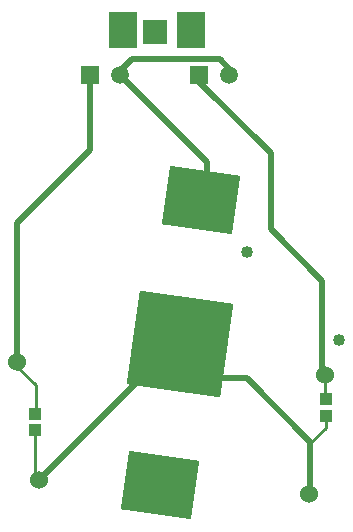
<source format=gbr>
G04 DipTrace 3.3.1.2*
G04 Bottom.gbr*
%MOIN*%
G04 #@! TF.FileFunction,Copper,L2,Bot*
G04 #@! TF.Part,Single*
%AMOUTLINE0*
4,1,4,
-0.178049,-0.133784,
-0.133784,0.178049,
0.178049,0.133784,
0.133784,-0.178049,
-0.178049,-0.133784,
0*%
%AMOUTLINE3*
4,1,4,
-0.130771,-0.080849,
-0.103106,0.114049,
0.130771,0.080849,
0.103106,-0.114049,
-0.130771,-0.080849,
0*%
G04 #@! TA.AperFunction,Conductor*
%ADD13C,0.01*%
%ADD14C,0.02*%
%ADD15C,0.019685*%
%ADD16C,0.008*%
%ADD17R,0.03937X0.043307*%
%ADD18R,0.09252X0.122047*%
G04 #@! TA.AperFunction,ComponentPad*
%ADD21C,0.059055*%
%ADD22R,0.059055X0.059055*%
%ADD23R,0.07874X0.07874*%
%ADD24C,0.06*%
%ADD25C,0.06*%
G04 #@! TA.AperFunction,ViaPad*
%ADD30C,0.04*%
%ADD68OUTLINE0*%
%ADD71OUTLINE3*%
%FSLAX26Y26*%
G04*
G70*
G90*
G75*
G01*
G04 Bottom*
%LPD*%
X1045295Y1229252D2*
D14*
X1027307D1*
X573580Y775525D1*
X1045295Y1229252D2*
Y1115545D1*
X1268308D1*
X1479741Y904112D1*
Y899403D1*
Y729558D1*
X1475331D1*
X562193Y944064D2*
D13*
Y786912D1*
X573580Y775525D1*
X1531777Y991782D2*
Y951438D1*
X1479741Y899403D1*
X846448Y2125707D2*
D14*
Y2141361D1*
X885685Y2180598D1*
X1177453D1*
X1209705Y2148346D1*
Y2125707D1*
X846448D2*
D15*
X1134567Y1837588D1*
Y1710999D1*
X1113677D1*
X503255Y1169294D2*
D14*
Y1634650D1*
X746448Y1877843D1*
Y2125707D1*
X503255Y1169294D2*
D13*
Y1153969D1*
X564252Y1092971D1*
Y1000554D1*
X562193Y998495D1*
X1528937Y1125949D2*
D14*
X1520151D1*
Y1440492D1*
X1347451Y1613192D1*
Y1865345D1*
X1105259Y2107538D1*
Y2125707D1*
X1109705D1*
X1528937Y1125949D2*
D13*
Y1049052D1*
X1531777Y1046213D1*
X1269270Y1538143D2*
D16*
X1259891Y1547521D1*
X1574849Y1243512D2*
X1578513Y1247176D1*
D30*
X1269270Y1538143D3*
X1574849Y1243512D3*
D17*
X562193Y998495D3*
Y944064D3*
X1531777Y1046213D3*
Y991782D3*
D18*
X1082579Y2275294D3*
X856201D3*
D21*
X846448Y2125707D3*
D22*
X746448D3*
D21*
X1209705D3*
D22*
X1109705D3*
D68*
X1045295Y1229252D3*
D71*
X1113677Y1710999D3*
X978674Y759903D3*
D23*
X962610Y2271438D3*
D24*
X573580Y775525D3*
D25*
X503255Y1169294D3*
D24*
X1475331Y729558D3*
D25*
X1528937Y1125949D3*
M02*

</source>
